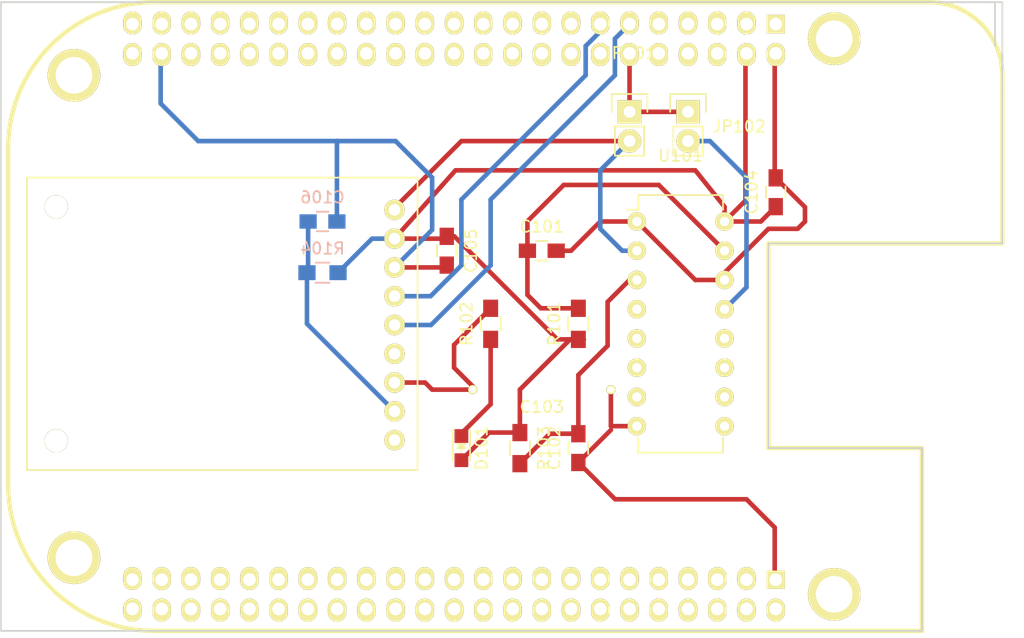
<source format=kicad_pcb>
(kicad_pcb (version 4) (host pcbnew 4.0.2+e4-6225~38~ubuntu15.10.1-stable)

  (general
    (links 36)
    (no_connects 2)
    (area 104.699999 77.029499 193.675001 132.715001)
    (thickness 1.6)
    (drawings 12)
    (tracks 114)
    (zones 0)
    (modules 16)
    (nets 101)
  )

  (page A4)
  (title_block
    (title "GPS BBB Cape")
    (date 2016-07-01)
    (company "CNPEM - LNLS")
    (comment 1 "Grupo de Controle")
    (comment 2 "Gustavo Ciotto Pinton")
    (comment 3 "Ultimate GPS Breakout v3")
    (comment 4 "GPS Cape para BeagleBone Black compatível com o módulo receptor ")
  )

  (layers
    (0 F.Cu signal)
    (31 B.Cu signal)
    (32 B.Adhes user)
    (33 F.Adhes user)
    (34 B.Paste user)
    (35 F.Paste user)
    (36 B.SilkS user)
    (37 F.SilkS user)
    (38 B.Mask user)
    (39 F.Mask user)
    (40 Dwgs.User user)
    (41 Cmts.User user)
    (42 Eco1.User user)
    (43 Eco2.User user)
    (44 Edge.Cuts user)
    (45 Margin user)
    (46 B.CrtYd user)
    (47 F.CrtYd user)
    (48 B.Fab user)
    (49 F.Fab user)
  )

  (setup
    (last_trace_width 0.25)
    (user_trace_width 0.25)
    (user_trace_width 0.3)
    (user_trace_width 0.4)
    (user_trace_width 0.5)
    (trace_clearance 0.25)
    (zone_clearance 0.5)
    (zone_45_only no)
    (trace_min 0.25)
    (segment_width 0.2)
    (edge_width 0.15)
    (via_size 0.6)
    (via_drill 0.4)
    (via_min_size 0.4)
    (via_min_drill 0.3)
    (uvia_size 0.3)
    (uvia_drill 0.1)
    (uvias_allowed no)
    (uvia_min_size 0.2)
    (uvia_min_drill 0.1)
    (pcb_text_width 0.3)
    (pcb_text_size 1.5 1.5)
    (mod_edge_width 0.15)
    (mod_text_size 1 1)
    (mod_text_width 0.15)
    (pad_size 1.524 1.524)
    (pad_drill 0.762)
    (pad_to_mask_clearance 0.2)
    (aux_axis_origin 0 0)
    (visible_elements FFFFFF7F)
    (pcbplotparams
      (layerselection 0x01000_80000001)
      (usegerberextensions false)
      (excludeedgelayer true)
      (linewidth 0.100000)
      (plotframeref false)
      (viasonmask false)
      (mode 1)
      (useauxorigin false)
      (hpglpennumber 1)
      (hpglpenspeed 20)
      (hpglpendiameter 15)
      (hpglpenoverlay 2)
      (psnegative false)
      (psa4output false)
      (plotreference true)
      (plotvalue true)
      (plotinvisibletext false)
      (padsonsilk false)
      (subtractmaskfromsilk false)
      (outputformat 1)
      (mirror false)
      (drillshape 0)
      (scaleselection 1)
      (outputdirectory gerber/))
  )

  (net 0 "")
  (net 1 GND)
  (net 2 "Net-(Beagle101-PadC5)")
  (net 3 "Net-(Beagle101-PadC6)")
  (net 4 "Net-(Beagle101-PadC7)")
  (net 5 "Net-(Beagle101-PadC8)")
  (net 6 "Net-(Beagle101-PadC9)")
  (net 7 "Net-(Beagle101-PadC10)")
  (net 8 /TX_GPS)
  (net 9 "Net-(Beagle101-PadC12)")
  (net 10 /RX_GPS)
  (net 11 "Net-(Beagle101-PadC14)")
  (net 12 "Net-(Beagle101-PadC15)")
  (net 13 "Net-(Beagle101-PadC16)")
  (net 14 "Net-(Beagle101-PadC17)")
  (net 15 "Net-(Beagle101-PadC18)")
  (net 16 "Net-(Beagle101-PadC19)")
  (net 17 "Net-(Beagle101-PadC20)")
  (net 18 "Net-(Beagle101-PadC21)")
  (net 19 "Net-(Beagle101-PadC22)")
  (net 20 "Net-(Beagle101-PadC23)")
  (net 21 "Net-(Beagle101-PadC24)")
  (net 22 "Net-(Beagle101-PadC25)")
  (net 23 "Net-(Beagle101-PadC26)")
  (net 24 "Net-(Beagle101-PadC27)")
  (net 25 "Net-(Beagle101-PadC28)")
  (net 26 "Net-(Beagle101-PadC29)")
  (net 27 "Net-(Beagle101-PadC30)")
  (net 28 "Net-(Beagle101-PadC31)")
  (net 29 "Net-(Beagle101-PadC32)")
  (net 30 "Net-(Beagle101-PadC33)")
  (net 31 "Net-(Beagle101-PadC34)")
  (net 32 "Net-(Beagle101-PadC35)")
  (net 33 "Net-(Beagle101-PadC36)")
  (net 34 "Net-(Beagle101-PadC37)")
  (net 35 "Net-(Beagle101-PadC38)")
  (net 36 "Net-(Beagle101-PadC39)")
  (net 37 "Net-(Beagle101-PadC40)")
  (net 38 "Net-(Beagle101-PadC41)")
  (net 39 "Net-(Beagle101-PadC42)")
  (net 40 "Net-(Beagle101-PadC43)")
  (net 41 "Net-(Beagle101-PadC45)")
  (net 42 "Net-(Beagle101-PadC46)")
  (net 43 "Net-(C101-Pad1)")
  (net 44 "Net-(C103-Pad1)")
  (net 45 "Net-(D101-Pad1)")
  (net 46 "Net-(J101-Pad1)")
  (net 47 "Net-(J101-Pad4)")
  (net 48 /PPS)
  (net 49 /PPS_ENL)
  (net 50 "Net-(U101-Pad4)")
  (net 51 "Net-(Beagle101-PadC1)")
  (net 52 "Net-(Beagle101-PadC3)")
  (net 53 VCC)
  (net 54 "Net-(Beagle101-PadB2)")
  (net 55 "Net-(Beagle101-PadB3)")
  (net 56 "Net-(Beagle101-PadB4)")
  (net 57 "Net-(Beagle101-PadB5)")
  (net 58 "Net-(Beagle101-PadB6)")
  (net 59 "Net-(Beagle101-PadB7)")
  (net 60 "Net-(Beagle101-PadB8)")
  (net 61 "Net-(Beagle101-PadB9)")
  (net 62 "Net-(Beagle101-PadB10)")
  (net 63 "Net-(Beagle101-PadB11)")
  (net 64 "Net-(Beagle101-PadB12)")
  (net 65 "Net-(Beagle101-PadB13)")
  (net 66 "Net-(Beagle101-PadB14)")
  (net 67 "Net-(Beagle101-PadB15)")
  (net 68 "Net-(Beagle101-PadB16)")
  (net 69 "Net-(Beagle101-PadB17)")
  (net 70 "Net-(Beagle101-PadB18)")
  (net 71 "Net-(Beagle101-PadB19)")
  (net 72 "Net-(Beagle101-PadB20)")
  (net 73 "Net-(Beagle101-PadB21)")
  (net 74 "Net-(Beagle101-PadB22)")
  (net 75 "Net-(Beagle101-PadB23)")
  (net 76 "Net-(Beagle101-PadB24)")
  (net 77 "Net-(Beagle101-PadB25)")
  (net 78 "Net-(Beagle101-PadB26)")
  (net 79 "Net-(Beagle101-PadB27)")
  (net 80 "Net-(Beagle101-PadB28)")
  (net 81 "Net-(Beagle101-PadB29)")
  (net 82 "Net-(Beagle101-PadB30)")
  (net 83 "Net-(Beagle101-PadB31)")
  (net 84 "Net-(Beagle101-PadB32)")
  (net 85 "Net-(Beagle101-PadB33)")
  (net 86 "Net-(Beagle101-PadB34)")
  (net 87 "Net-(Beagle101-PadB35)")
  (net 88 "Net-(Beagle101-PadB36)")
  (net 89 "Net-(Beagle101-PadB37)")
  (net 90 "Net-(Beagle101-PadB38)")
  (net 91 "Net-(Beagle101-PadB39)")
  (net 92 "Net-(Beagle101-PadB40)")
  (net 93 "Net-(Beagle101-PadB41)")
  (net 94 "Net-(Beagle101-PadB42)")
  (net 95 "Net-(Beagle101-PadB43)")
  (net 96 "Net-(Beagle101-PadB44)")
  (net 97 "Net-(Beagle101-PadB45)")
  (net 98 "Net-(Beagle101-PadB46)")
  (net 99 "Net-(C102-Pad2)")
  (net 100 "Net-(C106-Pad2)")

  (net_class Default "This is the default net class."
    (clearance 0.25)
    (trace_width 0.25)
    (via_dia 0.6)
    (via_drill 0.4)
    (uvia_dia 0.3)
    (uvia_drill 0.1)
    (add_net /PPS)
    (add_net /PPS_ENL)
    (add_net /RX_GPS)
    (add_net /TX_GPS)
    (add_net GND)
    (add_net "Net-(Beagle101-PadB10)")
    (add_net "Net-(Beagle101-PadB11)")
    (add_net "Net-(Beagle101-PadB12)")
    (add_net "Net-(Beagle101-PadB13)")
    (add_net "Net-(Beagle101-PadB14)")
    (add_net "Net-(Beagle101-PadB15)")
    (add_net "Net-(Beagle101-PadB16)")
    (add_net "Net-(Beagle101-PadB17)")
    (add_net "Net-(Beagle101-PadB18)")
    (add_net "Net-(Beagle101-PadB19)")
    (add_net "Net-(Beagle101-PadB2)")
    (add_net "Net-(Beagle101-PadB20)")
    (add_net "Net-(Beagle101-PadB21)")
    (add_net "Net-(Beagle101-PadB22)")
    (add_net "Net-(Beagle101-PadB23)")
    (add_net "Net-(Beagle101-PadB24)")
    (add_net "Net-(Beagle101-PadB25)")
    (add_net "Net-(Beagle101-PadB26)")
    (add_net "Net-(Beagle101-PadB27)")
    (add_net "Net-(Beagle101-PadB28)")
    (add_net "Net-(Beagle101-PadB29)")
    (add_net "Net-(Beagle101-PadB3)")
    (add_net "Net-(Beagle101-PadB30)")
    (add_net "Net-(Beagle101-PadB31)")
    (add_net "Net-(Beagle101-PadB32)")
    (add_net "Net-(Beagle101-PadB33)")
    (add_net "Net-(Beagle101-PadB34)")
    (add_net "Net-(Beagle101-PadB35)")
    (add_net "Net-(Beagle101-PadB36)")
    (add_net "Net-(Beagle101-PadB37)")
    (add_net "Net-(Beagle101-PadB38)")
    (add_net "Net-(Beagle101-PadB39)")
    (add_net "Net-(Beagle101-PadB4)")
    (add_net "Net-(Beagle101-PadB40)")
    (add_net "Net-(Beagle101-PadB41)")
    (add_net "Net-(Beagle101-PadB42)")
    (add_net "Net-(Beagle101-PadB43)")
    (add_net "Net-(Beagle101-PadB44)")
    (add_net "Net-(Beagle101-PadB45)")
    (add_net "Net-(Beagle101-PadB46)")
    (add_net "Net-(Beagle101-PadB5)")
    (add_net "Net-(Beagle101-PadB6)")
    (add_net "Net-(Beagle101-PadB7)")
    (add_net "Net-(Beagle101-PadB8)")
    (add_net "Net-(Beagle101-PadB9)")
    (add_net "Net-(Beagle101-PadC1)")
    (add_net "Net-(Beagle101-PadC10)")
    (add_net "Net-(Beagle101-PadC12)")
    (add_net "Net-(Beagle101-PadC14)")
    (add_net "Net-(Beagle101-PadC15)")
    (add_net "Net-(Beagle101-PadC16)")
    (add_net "Net-(Beagle101-PadC17)")
    (add_net "Net-(Beagle101-PadC18)")
    (add_net "Net-(Beagle101-PadC19)")
    (add_net "Net-(Beagle101-PadC20)")
    (add_net "Net-(Beagle101-PadC21)")
    (add_net "Net-(Beagle101-PadC22)")
    (add_net "Net-(Beagle101-PadC23)")
    (add_net "Net-(Beagle101-PadC24)")
    (add_net "Net-(Beagle101-PadC25)")
    (add_net "Net-(Beagle101-PadC26)")
    (add_net "Net-(Beagle101-PadC27)")
    (add_net "Net-(Beagle101-PadC28)")
    (add_net "Net-(Beagle101-PadC29)")
    (add_net "Net-(Beagle101-PadC3)")
    (add_net "Net-(Beagle101-PadC30)")
    (add_net "Net-(Beagle101-PadC31)")
    (add_net "Net-(Beagle101-PadC32)")
    (add_net "Net-(Beagle101-PadC33)")
    (add_net "Net-(Beagle101-PadC34)")
    (add_net "Net-(Beagle101-PadC35)")
    (add_net "Net-(Beagle101-PadC36)")
    (add_net "Net-(Beagle101-PadC37)")
    (add_net "Net-(Beagle101-PadC38)")
    (add_net "Net-(Beagle101-PadC39)")
    (add_net "Net-(Beagle101-PadC40)")
    (add_net "Net-(Beagle101-PadC41)")
    (add_net "Net-(Beagle101-PadC42)")
    (add_net "Net-(Beagle101-PadC43)")
    (add_net "Net-(Beagle101-PadC45)")
    (add_net "Net-(Beagle101-PadC46)")
    (add_net "Net-(Beagle101-PadC5)")
    (add_net "Net-(Beagle101-PadC6)")
    (add_net "Net-(Beagle101-PadC7)")
    (add_net "Net-(Beagle101-PadC8)")
    (add_net "Net-(Beagle101-PadC9)")
    (add_net "Net-(C101-Pad1)")
    (add_net "Net-(C102-Pad2)")
    (add_net "Net-(C103-Pad1)")
    (add_net "Net-(C106-Pad2)")
    (add_net "Net-(D101-Pad1)")
    (add_net "Net-(J101-Pad1)")
    (add_net "Net-(J101-Pad4)")
    (add_net "Net-(U101-Pad4)")
    (add_net VCC)
  )

  (module Controle:BEAGLEBONEBLACK (layer F.Cu) (tedit 578CBCB4) (tstamp 578CEBA9)
    (at 148.59 104.775)
    (tags "beaglebone black")
    (path /5775593F)
    (fp_text reference Beagle101 (at 0 1.778) (layer F.SilkS) hide
      (effects (font (thickness 0.3048)))
    )
    (fp_text value BeagleBone (at 0 -1.143) (layer F.SilkS) hide
      (effects (font (thickness 0.3048)))
    )
    (fp_line (start 36.195 11.811) (end 36.195 11.43) (layer F.SilkS) (width 0.381))
    (fp_line (start 36.195 11.43) (end 22.86 11.43) (layer F.SilkS) (width 0.381))
    (fp_line (start 22.86 11.43) (end 22.86 -6.35) (layer F.SilkS) (width 0.381))
    (fp_line (start 22.86 -6.35) (end 43.18 -6.35) (layer F.SilkS) (width 0.381))
    (fp_line (start 43.18 -6.35) (end 43.18 -6.731) (layer F.SilkS) (width 0.381))
    (fp_line (start -30.48 27.305) (end 36.195 27.305) (layer F.SilkS) (width 0.381))
    (fp_line (start 36.195 27.305) (end 36.195 11.811) (layer F.SilkS) (width 0.381))
    (fp_line (start 43.18 -6.731) (end 43.18 -19.685) (layer F.SilkS) (width 0.381))
    (fp_line (start 43.18 -20.955) (end 43.18 -19.685) (layer F.SilkS) (width 0.381))
    (fp_line (start -30.48 -27.305) (end 36.83 -27.305) (layer F.SilkS) (width 0.381))
    (fp_line (start -43.18 -14.605) (end -43.18 14.605) (layer F.SilkS) (width 0.381))
    (fp_arc (start -30.48 -14.605) (end -43.18 -14.605) (angle 90) (layer F.SilkS) (width 0.381))
    (fp_arc (start -30.48 14.605) (end -30.48 27.305) (angle 90) (layer F.SilkS) (width 0.381))
    (fp_arc (start 36.83 -20.955) (end 36.83 -27.305) (angle 90) (layer F.SilkS) (width 0.381))
    (pad M1 thru_hole circle (at -37.465 -20.955) (size 4.572 4.572) (drill 3.175) (layers *.Cu *.Mask F.SilkS))
    (pad M2 thru_hole circle (at 28.575 -24.13) (size 4.572 4.572) (drill 3.175) (layers *.Cu *.Mask F.SilkS))
    (pad M3 thru_hole circle (at 28.575 24.13) (size 4.572 4.572) (drill 3.175) (layers *.Cu *.Mask F.SilkS))
    (pad M4 thru_hole circle (at -37.465 20.955) (size 4.572 4.572) (drill 3.175) (layers *.Cu *.Mask F.SilkS))
    (pad C1 thru_hole rect (at 23.495 -25.4) (size 1.6 1.6) (drill 1.1) (layers *.Cu *.Mask F.SilkS)
      (net 51 "Net-(Beagle101-PadC1)"))
    (pad C2 thru_hole oval (at 23.495 -22.86) (size 1.6 2) (drill 1.1 (offset 0 0.1)) (layers *.Cu *.Mask F.SilkS)
      (net 1 GND))
    (pad C3 thru_hole oval (at 20.955 -25.4) (size 1.6 2) (drill 1.1 (offset 0 -0.1)) (layers *.Cu *.Mask F.SilkS)
      (net 52 "Net-(Beagle101-PadC3)"))
    (pad C4 thru_hole oval (at 20.955 -22.86) (size 1.6 2) (drill 1.1 (offset 0 0.1)) (layers *.Cu *.Mask F.SilkS)
      (net 53 VCC))
    (pad C5 thru_hole oval (at 18.415 -25.4) (size 1.6 2) (drill 1.1 (offset 0 -0.1)) (layers *.Cu *.Mask F.SilkS)
      (net 2 "Net-(Beagle101-PadC5)"))
    (pad C6 thru_hole oval (at 18.415 -22.86) (size 1.6 2) (drill 1.1 (offset 0 0.1)) (layers *.Cu *.Mask F.SilkS)
      (net 3 "Net-(Beagle101-PadC6)"))
    (pad C7 thru_hole oval (at 15.875 -25.4) (size 1.6 2) (drill 1.1 (offset 0 -0.1)) (layers *.Cu *.Mask F.SilkS)
      (net 4 "Net-(Beagle101-PadC7)"))
    (pad C8 thru_hole oval (at 15.875 -22.86) (size 1.6 2) (drill 1.1 (offset 0 0.1)) (layers *.Cu *.Mask F.SilkS)
      (net 5 "Net-(Beagle101-PadC8)"))
    (pad C9 thru_hole oval (at 13.335 -25.4) (size 1.6 2) (drill 1.1 (offset 0 -0.1)) (layers *.Cu *.Mask F.SilkS)
      (net 6 "Net-(Beagle101-PadC9)"))
    (pad C10 thru_hole oval (at 13.335 -22.86) (size 1.6 2) (drill 1.1 (offset 0 0.1)) (layers *.Cu *.Mask F.SilkS)
      (net 7 "Net-(Beagle101-PadC10)"))
    (pad C11 thru_hole oval (at 10.795 -25.4) (size 1.6 2) (drill 1.1 (offset 0 -0.1)) (layers *.Cu *.Mask F.SilkS)
      (net 8 /TX_GPS))
    (pad C12 thru_hole oval (at 10.795 -22.86) (size 1.6 2) (drill 1.1 (offset 0 0.1)) (layers *.Cu *.Mask F.SilkS)
      (net 9 "Net-(Beagle101-PadC12)"))
    (pad C13 thru_hole oval (at 8.255 -25.4) (size 1.6 2) (drill 1.1 (offset 0 -0.1)) (layers *.Cu *.Mask F.SilkS)
      (net 10 /RX_GPS))
    (pad C14 thru_hole oval (at 8.255 -22.86) (size 1.6 2) (drill 1.1 (offset 0 0.1)) (layers *.Cu *.Mask F.SilkS)
      (net 11 "Net-(Beagle101-PadC14)"))
    (pad C15 thru_hole oval (at 5.715 -25.4) (size 1.6 2) (drill 1.1 (offset 0 -0.1)) (layers *.Cu *.Mask F.SilkS)
      (net 12 "Net-(Beagle101-PadC15)"))
    (pad C16 thru_hole oval (at 5.715 -22.86) (size 1.6 2) (drill 1.1 (offset 0 0.1)) (layers *.Cu *.Mask F.SilkS)
      (net 13 "Net-(Beagle101-PadC16)"))
    (pad C17 thru_hole oval (at 3.175 -25.4) (size 1.6 2) (drill 1.1 (offset 0 -0.1)) (layers *.Cu *.Mask F.SilkS)
      (net 14 "Net-(Beagle101-PadC17)"))
    (pad C18 thru_hole oval (at 3.175 -22.86) (size 1.6 2) (drill 1.1 (offset 0 0.1)) (layers *.Cu *.Mask F.SilkS)
      (net 15 "Net-(Beagle101-PadC18)"))
    (pad C19 thru_hole oval (at 0.635 -25.4) (size 1.6 2) (drill 1.1 (offset 0 -0.1)) (layers *.Cu *.Mask F.SilkS)
      (net 16 "Net-(Beagle101-PadC19)"))
    (pad C20 thru_hole oval (at 0.635 -22.86) (size 1.6 2) (drill 1.1 (offset 0 0.1)) (layers *.Cu *.Mask F.SilkS)
      (net 17 "Net-(Beagle101-PadC20)"))
    (pad C21 thru_hole oval (at -1.905 -25.4) (size 1.6 2) (drill 1.1 (offset 0 -0.1)) (layers *.Cu *.Mask F.SilkS)
      (net 18 "Net-(Beagle101-PadC21)"))
    (pad C22 thru_hole oval (at -1.905 -22.86) (size 1.6 2) (drill 1.1 (offset 0 0.1)) (layers *.Cu *.Mask F.SilkS)
      (net 19 "Net-(Beagle101-PadC22)"))
    (pad C23 thru_hole oval (at -4.445 -25.4) (size 1.6 2) (drill 1.1 (offset 0 -0.1)) (layers *.Cu *.Mask F.SilkS)
      (net 20 "Net-(Beagle101-PadC23)"))
    (pad C24 thru_hole oval (at -4.445 -22.86) (size 1.6 2) (drill 1.1 (offset 0 0.1)) (layers *.Cu *.Mask F.SilkS)
      (net 21 "Net-(Beagle101-PadC24)"))
    (pad C25 thru_hole oval (at -6.985 -25.4) (size 1.6 2) (drill 1.1 (offset 0 -0.1)) (layers *.Cu *.Mask F.SilkS)
      (net 22 "Net-(Beagle101-PadC25)"))
    (pad C26 thru_hole oval (at -6.985 -22.86) (size 1.6 2) (drill 1.1 (offset 0 0.1)) (layers *.Cu *.Mask F.SilkS)
      (net 23 "Net-(Beagle101-PadC26)"))
    (pad C27 thru_hole oval (at -9.525 -25.4) (size 1.6 2) (drill 1.1 (offset 0 -0.1)) (layers *.Cu *.Mask F.SilkS)
      (net 24 "Net-(Beagle101-PadC27)"))
    (pad C28 thru_hole oval (at -9.525 -22.86) (size 1.6 2) (drill 1.1 (offset 0 0.1)) (layers *.Cu *.Mask F.SilkS)
      (net 25 "Net-(Beagle101-PadC28)"))
    (pad C29 thru_hole oval (at -12.065 -25.4) (size 1.6 2) (drill 1.1 (offset 0 -0.1)) (layers *.Cu *.Mask F.SilkS)
      (net 26 "Net-(Beagle101-PadC29)"))
    (pad C30 thru_hole oval (at -12.065 -22.86) (size 1.6 2) (drill 1.1 (offset 0 0.1)) (layers *.Cu *.Mask F.SilkS)
      (net 27 "Net-(Beagle101-PadC30)"))
    (pad C31 thru_hole oval (at -14.605 -25.4) (size 1.6 2) (drill 1.1 (offset 0 -0.1)) (layers *.Cu *.Mask F.SilkS)
      (net 28 "Net-(Beagle101-PadC31)"))
    (pad C32 thru_hole oval (at -14.605 -22.86) (size 1.6 2) (drill 1.1 (offset 0 0.1)) (layers *.Cu *.Mask F.SilkS)
      (net 29 "Net-(Beagle101-PadC32)"))
    (pad C33 thru_hole oval (at -17.145 -25.4) (size 1.6 2) (drill 1.1 (offset 0 -0.1)) (layers *.Cu *.Mask F.SilkS)
      (net 30 "Net-(Beagle101-PadC33)"))
    (pad C34 thru_hole oval (at -17.145 -22.86) (size 1.6 2) (drill 1.1 (offset 0 0.1)) (layers *.Cu *.Mask F.SilkS)
      (net 31 "Net-(Beagle101-PadC34)"))
    (pad C35 thru_hole oval (at -19.685 -25.4) (size 1.6 2) (drill 1.1 (offset 0 -0.1)) (layers *.Cu *.Mask F.SilkS)
      (net 32 "Net-(Beagle101-PadC35)"))
    (pad C36 thru_hole oval (at -19.685 -22.86) (size 1.6 2) (drill 1.1 (offset 0 0.1)) (layers *.Cu *.Mask F.SilkS)
      (net 33 "Net-(Beagle101-PadC36)"))
    (pad C37 thru_hole oval (at -22.225 -25.4) (size 1.6 2) (drill 1.1 (offset 0 -0.1)) (layers *.Cu *.Mask F.SilkS)
      (net 34 "Net-(Beagle101-PadC37)"))
    (pad C38 thru_hole oval (at -22.225 -22.86) (size 1.6 2) (drill 1.1 (offset 0 0.1)) (layers *.Cu *.Mask F.SilkS)
      (net 35 "Net-(Beagle101-PadC38)"))
    (pad C39 thru_hole oval (at -24.765 -25.4) (size 1.6 2) (drill 1.1 (offset 0 -0.1)) (layers *.Cu *.Mask F.SilkS)
      (net 36 "Net-(Beagle101-PadC39)"))
    (pad C40 thru_hole oval (at -24.765 -22.86) (size 1.6 2) (drill 1.1 (offset 0 0.1)) (layers *.Cu *.Mask F.SilkS)
      (net 37 "Net-(Beagle101-PadC40)"))
    (pad C41 thru_hole oval (at -27.305 -25.4) (size 1.6 2) (drill 1.1 (offset 0 -0.1)) (layers *.Cu *.Mask F.SilkS)
      (net 38 "Net-(Beagle101-PadC41)"))
    (pad C42 thru_hole oval (at -27.305 -22.86) (size 1.6 2) (drill 1.1 (offset 0 0.1)) (layers *.Cu *.Mask F.SilkS)
      (net 39 "Net-(Beagle101-PadC42)"))
    (pad C43 thru_hole oval (at -29.845 -25.4) (size 1.6 2) (drill 1.1 (offset 0 -0.1)) (layers *.Cu *.Mask F.SilkS)
      (net 40 "Net-(Beagle101-PadC43)"))
    (pad C44 thru_hole oval (at -29.845 -22.86) (size 1.6 2) (drill 1.1 (offset 0 0.1)) (layers *.Cu *.Mask F.SilkS)
      (net 1 GND))
    (pad C45 thru_hole oval (at -32.385 -25.4) (size 1.6 2) (drill 1.1 (offset 0 -0.1)) (layers *.Cu *.Mask F.SilkS)
      (net 41 "Net-(Beagle101-PadC45)"))
    (pad C46 thru_hole oval (at -32.385 -22.86) (size 1.6 2) (drill 1.1 (offset 0 0.1)) (layers *.Cu *.Mask F.SilkS)
      (net 42 "Net-(Beagle101-PadC46)"))
    (pad B1 thru_hole rect (at 23.495 22.86) (size 1.6 1.6) (drill 1.1) (layers *.Cu *.Mask F.SilkS)
      (net 1 GND))
    (pad B2 thru_hole oval (at 23.495 25.4) (size 1.6 2) (drill 1.1 (offset 0 0.1)) (layers *.Cu *.Mask F.SilkS)
      (net 54 "Net-(Beagle101-PadB2)"))
    (pad B3 thru_hole oval (at 20.955 22.86) (size 1.6 2) (drill 1.1 (offset 0 -0.1)) (layers *.Cu *.Mask F.SilkS)
      (net 55 "Net-(Beagle101-PadB3)"))
    (pad B4 thru_hole oval (at 20.955 25.4) (size 1.6 2) (drill 1.1 (offset 0 0.1)) (layers *.Cu *.Mask F.SilkS)
      (net 56 "Net-(Beagle101-PadB4)"))
    (pad B5 thru_hole oval (at 18.415 22.86) (size 1.6 2) (drill 1.1 (offset 0 -0.1)) (layers *.Cu *.Mask F.SilkS)
      (net 57 "Net-(Beagle101-PadB5)"))
    (pad B6 thru_hole oval (at 18.415 25.4) (size 1.6 2) (drill 1.1 (offset 0 0.1)) (layers *.Cu *.Mask F.SilkS)
      (net 58 "Net-(Beagle101-PadB6)"))
    (pad B7 thru_hole oval (at 15.875 22.86) (size 1.6 2) (drill 1.1 (offset 0 -0.1)) (layers *.Cu *.Mask F.SilkS)
      (net 59 "Net-(Beagle101-PadB7)"))
    (pad B8 thru_hole oval (at 15.875 25.4) (size 1.6 2) (drill 1.1 (offset 0 0.1)) (layers *.Cu *.Mask F.SilkS)
      (net 60 "Net-(Beagle101-PadB8)"))
    (pad B9 thru_hole oval (at 13.335 22.86) (size 1.6 2) (drill 1.1 (offset 0 -0.1)) (layers *.Cu *.Mask F.SilkS)
      (net 61 "Net-(Beagle101-PadB9)"))
    (pad B10 thru_hole oval (at 13.335 25.4) (size 1.6 2) (drill 1.1 (offset 0 0.1)) (layers *.Cu *.Mask F.SilkS)
      (net 62 "Net-(Beagle101-PadB10)"))
    (pad B11 thru_hole oval (at 10.795 22.86) (size 1.6 2) (drill 1.1 (offset 0 -0.1)) (layers *.Cu *.Mask F.SilkS)
      (net 63 "Net-(Beagle101-PadB11)"))
    (pad B12 thru_hole oval (at 10.795 25.4) (size 1.6 2) (drill 1.1 (offset 0 0.1)) (layers *.Cu *.Mask F.SilkS)
      (net 64 "Net-(Beagle101-PadB12)"))
    (pad B13 thru_hole oval (at 8.255 22.86) (size 1.6 2) (drill 1.1 (offset 0 -0.1)) (layers *.Cu *.Mask F.SilkS)
      (net 65 "Net-(Beagle101-PadB13)"))
    (pad B14 thru_hole oval (at 8.255 25.4) (size 1.6 2) (drill 1.1 (offset 0 0.1)) (layers *.Cu *.Mask F.SilkS)
      (net 66 "Net-(Beagle101-PadB14)"))
    (pad B15 thru_hole oval (at 5.715 22.86) (size 1.6 2) (drill 1.1 (offset 0 -0.1)) (layers *.Cu *.Mask F.SilkS)
      (net 67 "Net-(Beagle101-PadB15)"))
    (pad B16 thru_hole oval (at 5.715 25.4) (size 1.6 2) (drill 1.1 (offset 0 0.1)) (layers *.Cu *.Mask F.SilkS)
      (net 68 "Net-(Beagle101-PadB16)"))
    (pad B17 thru_hole oval (at 3.175 22.86) (size 1.6 2) (drill 1.1 (offset 0 -0.1)) (layers *.Cu *.Mask F.SilkS)
      (net 69 "Net-(Beagle101-PadB17)"))
    (pad B18 thru_hole oval (at 3.175 25.4) (size 1.6 2) (drill 1.1 (offset 0 0.1)) (layers *.Cu *.Mask F.SilkS)
      (net 70 "Net-(Beagle101-PadB18)"))
    (pad B19 thru_hole oval (at 0.635 22.86) (size 1.6 2) (drill 1.1 (offset 0 -0.1)) (layers *.Cu *.Mask F.SilkS)
      (net 71 "Net-(Beagle101-PadB19)"))
    (pad B20 thru_hole oval (at 0.635 25.4) (size 1.6 2) (drill 1.1 (offset 0 0.1)) (layers *.Cu *.Mask F.SilkS)
      (net 72 "Net-(Beagle101-PadB20)"))
    (pad B21 thru_hole oval (at -1.905 22.86) (size 1.6 2) (drill 1.1 (offset 0 -0.1)) (layers *.Cu *.Mask F.SilkS)
      (net 73 "Net-(Beagle101-PadB21)"))
    (pad B22 thru_hole oval (at -1.905 25.4) (size 1.6 2) (drill 1.1 (offset 0 0.1)) (layers *.Cu *.Mask F.SilkS)
      (net 74 "Net-(Beagle101-PadB22)"))
    (pad B23 thru_hole oval (at -4.445 22.86) (size 1.6 2) (drill 1.1 (offset 0 -0.1)) (layers *.Cu *.Mask F.SilkS)
      (net 75 "Net-(Beagle101-PadB23)"))
    (pad B24 thru_hole oval (at -4.445 25.4) (size 1.6 2) (drill 1.1 (offset 0 0.1)) (layers *.Cu *.Mask F.SilkS)
      (net 76 "Net-(Beagle101-PadB24)"))
    (pad B25 thru_hole oval (at -6.985 22.86) (size 1.6 2) (drill 1.1 (offset 0 -0.1)) (layers *.Cu *.Mask F.SilkS)
      (net 77 "Net-(Beagle101-PadB25)"))
    (pad B26 thru_hole oval (at -6.985 25.4) (size 1.6 2) (drill 1.1 (offset 0 0.1)) (layers *.Cu *.Mask F.SilkS)
      (net 78 "Net-(Beagle101-PadB26)"))
    (pad B27 thru_hole oval (at -9.525 22.86) (size 1.6 2) (drill 1.1 (offset 0 -0.1)) (layers *.Cu *.Mask F.SilkS)
      (net 79 "Net-(Beagle101-PadB27)"))
    (pad B28 thru_hole oval (at -9.525 25.4) (size 1.6 2) (drill 1.1 (offset 0 0.1)) (layers *.Cu *.Mask F.SilkS)
      (net 80 "Net-(Beagle101-PadB28)"))
    (pad B29 thru_hole oval (at -12.065 22.86) (size 1.6 2) (drill 1.1 (offset 0 -0.1)) (layers *.Cu *.Mask F.SilkS)
      (net 81 "Net-(Beagle101-PadB29)"))
    (pad B30 thru_hole oval (at -12.065 25.4) (size 1.6 2) (drill 1.1 (offset 0 0.1)) (layers *.Cu *.Mask F.SilkS)
      (net 82 "Net-(Beagle101-PadB30)"))
    (pad B31 thru_hole oval (at -14.605 22.86) (size 1.6 2) (drill 1.1 (offset 0 -0.1)) (layers *.Cu *.Mask F.SilkS)
      (net 83 "Net-(Beagle101-PadB31)"))
    (pad B32 thru_hole oval (at -14.605 25.4) (size 1.6 2) (drill 1.1 (offset 0 0.1)) (layers *.Cu *.Mask F.SilkS)
      (net 84 "Net-(Beagle101-PadB32)"))
    (pad B33 thru_hole oval (at -17.145 22.86) (size 1.6 2) (drill 1.1 (offset 0 -0.1)) (layers *.Cu *.Mask F.SilkS)
      (net 85 "Net-(Beagle101-PadB33)"))
    (pad B34 thru_hole oval (at -17.145 25.4) (size 1.6 2) (drill 1.1 (offset 0 0.1)) (layers *.Cu *.Mask F.SilkS)
      (net 86 "Net-(Beagle101-PadB34)"))
    (pad B35 thru_hole oval (at -19.685 22.86) (size 1.6 2) (drill 1.1 (offset 0 -0.1)) (layers *.Cu *.Mask F.SilkS)
      (net 87 "Net-(Beagle101-PadB35)"))
    (pad B36 thru_hole oval (at -19.685 25.4) (size 1.6 2) (drill 1.1 (offset 0 0.1)) (layers *.Cu *.Mask F.SilkS)
      (net 88 "Net-(Beagle101-PadB36)"))
    (pad B37 thru_hole oval (at -22.225 22.86) (size 1.6 2) (drill 1.1 (offset 0 -0.1)) (layers *.Cu *.Mask F.SilkS)
      (net 89 "Net-(Beagle101-PadB37)"))
    (pad B38 thru_hole oval (at -22.225 25.4) (size 1.6 2) (drill 1.1 (offset 0 0.1)) (layers *.Cu *.Mask F.SilkS)
      (net 90 "Net-(Beagle101-PadB38)"))
    (pad B39 thru_hole oval (at -24.765 22.86) (size 1.6 2) (drill 1.1 (offset 0 -0.1)) (layers *.Cu *.Mask F.SilkS)
      (net 91 "Net-(Beagle101-PadB39)"))
    (pad B40 thru_hole oval (at -24.765 25.4) (size 1.6 2) (drill 1.1 (offset 0 0.1)) (layers *.Cu *.Mask F.SilkS)
      (net 92 "Net-(Beagle101-PadB40)"))
    (pad B41 thru_hole oval (at -27.305 22.86) (size 1.6 2) (drill 1.1 (offset 0 -0.1)) (layers *.Cu *.Mask F.SilkS)
      (net 93 "Net-(Beagle101-PadB41)"))
    (pad B42 thru_hole oval (at -27.305 25.4) (size 1.6 2) (drill 1.1 (offset 0 0.1)) (layers *.Cu *.Mask F.SilkS)
      (net 94 "Net-(Beagle101-PadB42)"))
    (pad B43 thru_hole oval (at -29.845 22.86) (size 1.6 2) (drill 1.1 (offset 0 -0.1)) (layers *.Cu *.Mask F.SilkS)
      (net 95 "Net-(Beagle101-PadB43)"))
    (pad B44 thru_hole oval (at -29.845 25.4) (size 1.6 2) (drill 1.1 (offset 0 0.1)) (layers *.Cu *.Mask F.SilkS)
      (net 96 "Net-(Beagle101-PadB44)"))
    (pad B45 thru_hole oval (at -32.385 22.86) (size 1.6 2) (drill 1.1 (offset 0 -0.1)) (layers *.Cu *.Mask F.SilkS)
      (net 97 "Net-(Beagle101-PadB45)"))
    (pad B46 thru_hole oval (at -32.385 25.4) (size 1.6 2) (drill 1.1 (offset 0 0.1)) (layers *.Cu *.Mask F.SilkS)
      (net 98 "Net-(Beagle101-PadB46)"))
  )

  (module Housings_DIP:DIP-16_W7.62mm (layer F.Cu) (tedit 5776A921) (tstamp 5776A62F)
    (at 160.02 96.52)
    (descr "16-lead dip package, row spacing 7.62 mm (300 mils)")
    (tags "dil dip 2.54 300")
    (path /57752C41)
    (fp_text reference U101 (at 3.81 -5.715) (layer F.SilkS)
      (effects (font (size 1 1) (thickness 0.15)))
    )
    (fp_text value 74LS123 (at 3.81 -3.81) (layer F.Fab)
      (effects (font (size 1 1) (thickness 0.15)))
    )
    (fp_line (start -1.05 -2.45) (end -1.05 20.25) (layer F.CrtYd) (width 0.05))
    (fp_line (start 8.65 -2.45) (end 8.65 20.25) (layer F.CrtYd) (width 0.05))
    (fp_line (start -1.05 -2.45) (end 8.65 -2.45) (layer F.CrtYd) (width 0.05))
    (fp_line (start -1.05 20.25) (end 8.65 20.25) (layer F.CrtYd) (width 0.05))
    (fp_line (start 0.135 -2.295) (end 0.135 -1.025) (layer F.SilkS) (width 0.15))
    (fp_line (start 7.485 -2.295) (end 7.485 -1.025) (layer F.SilkS) (width 0.15))
    (fp_line (start 7.485 20.075) (end 7.485 18.805) (layer F.SilkS) (width 0.15))
    (fp_line (start 0.135 20.075) (end 0.135 18.805) (layer F.SilkS) (width 0.15))
    (fp_line (start 0.135 -2.295) (end 7.485 -2.295) (layer F.SilkS) (width 0.15))
    (fp_line (start 0.135 20.075) (end 7.485 20.075) (layer F.SilkS) (width 0.15))
    (fp_line (start 0.135 -1.025) (end -0.8 -1.025) (layer F.SilkS) (width 0.15))
    (pad 1 thru_hole oval (at 0 0) (size 1.6 1.6) (drill 0.8) (layers *.Cu *.Mask F.SilkS)
      (net 1 GND))
    (pad 2 thru_hole oval (at 0 2.54) (size 1.6 1.6) (drill 0.8) (layers *.Cu *.Mask F.SilkS)
      (net 48 /PPS))
    (pad 3 thru_hole oval (at 0 5.08) (size 1.6 1.6) (drill 0.8) (layers *.Cu *.Mask F.SilkS)
      (net 99 "Net-(C102-Pad2)"))
    (pad 4 thru_hole oval (at 0 7.62) (size 1.6 1.6) (drill 0.8) (layers *.Cu *.Mask F.SilkS)
      (net 50 "Net-(U101-Pad4)"))
    (pad 5 thru_hole oval (at 0 10.16) (size 1.6 1.6) (drill 0.8) (layers *.Cu *.Mask F.SilkS))
    (pad 6 thru_hole oval (at 0 12.7) (size 1.6 1.6) (drill 0.8) (layers *.Cu *.Mask F.SilkS))
    (pad 7 thru_hole oval (at 0 15.24) (size 1.6 1.6) (drill 0.8) (layers *.Cu *.Mask F.SilkS))
    (pad 8 thru_hole oval (at 0 17.78) (size 1.6 1.6) (drill 0.8) (layers *.Cu *.Mask F.SilkS)
      (net 1 GND))
    (pad 9 thru_hole oval (at 7.62 17.78) (size 1.6 1.6) (drill 0.8) (layers *.Cu *.Mask F.SilkS))
    (pad 10 thru_hole oval (at 7.62 15.24) (size 1.6 1.6) (drill 0.8) (layers *.Cu *.Mask F.SilkS))
    (pad 11 thru_hole oval (at 7.62 12.7) (size 1.6 1.6) (drill 0.8) (layers *.Cu *.Mask F.SilkS))
    (pad 12 thru_hole oval (at 7.62 10.16) (size 1.6 1.6) (drill 0.8) (layers *.Cu *.Mask F.SilkS))
    (pad 13 thru_hole oval (at 7.62 7.62) (size 1.6 1.6) (drill 0.8) (layers *.Cu *.Mask F.SilkS)
      (net 49 /PPS_ENL))
    (pad 14 thru_hole oval (at 7.62 5.08) (size 1.6 1.6) (drill 0.8) (layers *.Cu *.Mask F.SilkS)
      (net 1 GND))
    (pad 15 thru_hole oval (at 7.62 2.54) (size 1.6 1.6) (drill 0.8) (layers *.Cu *.Mask F.SilkS)
      (net 43 "Net-(C101-Pad1)"))
    (pad 16 thru_hole oval (at 7.62 0) (size 1.6 1.6) (drill 0.8) (layers *.Cu *.Mask F.SilkS)
      (net 53 VCC))
    (model Housings_DIP.3dshapes/DIP-16_W7.62mm.wrl
      (at (xyz 0 0 0))
      (scale (xyz 1 1 1))
      (rotate (xyz 0 0 0))
    )
  )

  (module Pin_Headers:Pin_Header_Straight_1x02 (layer F.Cu) (tedit 5776AE06) (tstamp 5776A60F)
    (at 164.465 86.995)
    (descr "Through hole pin header")
    (tags "pin header")
    (path /57758151)
    (fp_text reference JP102 (at 4.445 1.27) (layer F.SilkS)
      (effects (font (size 1 1) (thickness 0.15)))
    )
    (fp_text value Jumper_NC_Small (at 8.89 -0.635) (layer F.Fab)
      (effects (font (size 1 1) (thickness 0.15)))
    )
    (fp_line (start 1.27 1.27) (end 1.27 3.81) (layer F.SilkS) (width 0.15))
    (fp_line (start 1.55 -1.55) (end 1.55 0) (layer F.SilkS) (width 0.15))
    (fp_line (start -1.75 -1.75) (end -1.75 4.3) (layer F.CrtYd) (width 0.05))
    (fp_line (start 1.75 -1.75) (end 1.75 4.3) (layer F.CrtYd) (width 0.05))
    (fp_line (start -1.75 -1.75) (end 1.75 -1.75) (layer F.CrtYd) (width 0.05))
    (fp_line (start -1.75 4.3) (end 1.75 4.3) (layer F.CrtYd) (width 0.05))
    (fp_line (start 1.27 1.27) (end -1.27 1.27) (layer F.SilkS) (width 0.15))
    (fp_line (start -1.55 0) (end -1.55 -1.55) (layer F.SilkS) (width 0.15))
    (fp_line (start -1.55 -1.55) (end 1.55 -1.55) (layer F.SilkS) (width 0.15))
    (fp_line (start -1.27 1.27) (end -1.27 3.81) (layer F.SilkS) (width 0.15))
    (fp_line (start -1.27 3.81) (end 1.27 3.81) (layer F.SilkS) (width 0.15))
    (pad 1 thru_hole rect (at 0 0) (size 2.032 2.032) (drill 1.016) (layers *.Cu *.Mask F.SilkS)
      (net 9 "Net-(Beagle101-PadC12)"))
    (pad 2 thru_hole oval (at 0 2.54) (size 2.032 2.032) (drill 1.016) (layers *.Cu *.Mask F.SilkS)
      (net 49 /PPS_ENL))
    (model Pin_Headers.3dshapes/Pin_Header_Straight_1x02.wrl
      (at (xyz 0 -0.05 0))
      (scale (xyz 1 1 1))
      (rotate (xyz 0 0 90))
    )
  )

  (module Capacitors_SMD:C_0805_HandSoldering (layer F.Cu) (tedit 541A9B8D) (tstamp 5776A5E2)
    (at 151.765 99.06)
    (descr "Capacitor SMD 0805, hand soldering")
    (tags "capacitor 0805")
    (path /5775352A)
    (attr smd)
    (fp_text reference C101 (at 0 -2.1) (layer F.SilkS)
      (effects (font (size 1 1) (thickness 0.15)))
    )
    (fp_text value 10n (at 0 2.1) (layer F.Fab)
      (effects (font (size 1 1) (thickness 0.15)))
    )
    (fp_line (start -2.3 -1) (end 2.3 -1) (layer F.CrtYd) (width 0.05))
    (fp_line (start -2.3 1) (end 2.3 1) (layer F.CrtYd) (width 0.05))
    (fp_line (start -2.3 -1) (end -2.3 1) (layer F.CrtYd) (width 0.05))
    (fp_line (start 2.3 -1) (end 2.3 1) (layer F.CrtYd) (width 0.05))
    (fp_line (start 0.5 -0.85) (end -0.5 -0.85) (layer F.SilkS) (width 0.15))
    (fp_line (start -0.5 0.85) (end 0.5 0.85) (layer F.SilkS) (width 0.15))
    (pad 1 smd rect (at -1.25 0) (size 1.5 1.25) (layers F.Cu F.Paste F.Mask)
      (net 43 "Net-(C101-Pad1)"))
    (pad 2 smd rect (at 1.25 0) (size 1.5 1.25) (layers F.Cu F.Paste F.Mask)
      (net 1 GND))
    (model Capacitors_SMD.3dshapes/C_0805_HandSoldering.wrl
      (at (xyz 0 0 0))
      (scale (xyz 1 1 1))
      (rotate (xyz 0 0 0))
    )
  )

  (module Capacitors_SMD:C_0805_HandSoldering (layer F.Cu) (tedit 541A9B8D) (tstamp 5776A5E8)
    (at 154.94 116.205 90)
    (descr "Capacitor SMD 0805, hand soldering")
    (tags "capacitor 0805")
    (path /57753B5D)
    (attr smd)
    (fp_text reference C102 (at 0 -2.1 90) (layer F.SilkS)
      (effects (font (size 1 1) (thickness 0.15)))
    )
    (fp_text value 0.1u (at 0 2.1 90) (layer F.Fab)
      (effects (font (size 1 1) (thickness 0.15)))
    )
    (fp_line (start -2.3 -1) (end 2.3 -1) (layer F.CrtYd) (width 0.05))
    (fp_line (start -2.3 1) (end 2.3 1) (layer F.CrtYd) (width 0.05))
    (fp_line (start -2.3 -1) (end -2.3 1) (layer F.CrtYd) (width 0.05))
    (fp_line (start 2.3 -1) (end 2.3 1) (layer F.CrtYd) (width 0.05))
    (fp_line (start 0.5 -0.85) (end -0.5 -0.85) (layer F.SilkS) (width 0.15))
    (fp_line (start -0.5 0.85) (end 0.5 0.85) (layer F.SilkS) (width 0.15))
    (pad 1 smd rect (at -1.25 0 90) (size 1.5 1.25) (layers F.Cu F.Paste F.Mask)
      (net 1 GND))
    (pad 2 smd rect (at 1.25 0 90) (size 1.5 1.25) (layers F.Cu F.Paste F.Mask)
      (net 99 "Net-(C102-Pad2)"))
    (model Capacitors_SMD.3dshapes/C_0805_HandSoldering.wrl
      (at (xyz 0 0 0))
      (scale (xyz 1 1 1))
      (rotate (xyz 0 0 0))
    )
  )

  (module Controle:SuperCap_pads (layer F.Cu) (tedit 5776A372) (tstamp 5776A5EE)
    (at 151.765 111.125)
    (path /57754892)
    (fp_text reference C103 (at 0 1.5) (layer F.SilkS)
      (effects (font (size 1 1) (thickness 0.15)))
    )
    (fp_text value 1.0 (at 0 -1.5) (layer F.Fab)
      (effects (font (size 1 1) (thickness 0.15)))
    )
    (pad 1 thru_hole circle (at -6 0) (size 0.8 0.8) (drill 0.55) (layers *.Cu *.Mask F.SilkS)
      (net 44 "Net-(C103-Pad1)"))
    (pad 2 thru_hole circle (at 6 0) (size 0.8 0.8) (drill 0.55) (layers *.Cu *.Mask F.SilkS)
      (net 1 GND))
  )

  (module LEDs:LED_0805 (layer F.Cu) (tedit 55BDE1C2) (tstamp 5776A5F4)
    (at 144.78 116.205 270)
    (descr "LED 0805 smd package")
    (tags "LED 0805 SMD")
    (path /57754A32)
    (attr smd)
    (fp_text reference D101 (at 0 -1.75 270) (layer F.SilkS)
      (effects (font (size 1 1) (thickness 0.15)))
    )
    (fp_text value D (at 0 1.75 270) (layer F.Fab)
      (effects (font (size 1 1) (thickness 0.15)))
    )
    (fp_line (start -1.6 0.75) (end 1.1 0.75) (layer F.SilkS) (width 0.15))
    (fp_line (start -1.6 -0.75) (end 1.1 -0.75) (layer F.SilkS) (width 0.15))
    (fp_line (start -0.1 0.15) (end -0.1 -0.1) (layer F.SilkS) (width 0.15))
    (fp_line (start -0.1 -0.1) (end -0.25 0.05) (layer F.SilkS) (width 0.15))
    (fp_line (start -0.35 -0.35) (end -0.35 0.35) (layer F.SilkS) (width 0.15))
    (fp_line (start 0 0) (end 0.35 0) (layer F.SilkS) (width 0.15))
    (fp_line (start -0.35 0) (end 0 -0.35) (layer F.SilkS) (width 0.15))
    (fp_line (start 0 -0.35) (end 0 0.35) (layer F.SilkS) (width 0.15))
    (fp_line (start 0 0.35) (end -0.35 0) (layer F.SilkS) (width 0.15))
    (fp_line (start 1.9 -0.95) (end 1.9 0.95) (layer F.CrtYd) (width 0.05))
    (fp_line (start 1.9 0.95) (end -1.9 0.95) (layer F.CrtYd) (width 0.05))
    (fp_line (start -1.9 0.95) (end -1.9 -0.95) (layer F.CrtYd) (width 0.05))
    (fp_line (start -1.9 -0.95) (end 1.9 -0.95) (layer F.CrtYd) (width 0.05))
    (pad 2 smd rect (at 1.04902 0 90) (size 1.19888 1.19888) (layers F.Cu F.Paste F.Mask)
      (net 53 VCC))
    (pad 1 smd rect (at -1.04902 0 90) (size 1.19888 1.19888) (layers F.Cu F.Paste F.Mask)
      (net 45 "Net-(D101-Pad1)"))
    (model LEDs.3dshapes/LED_0805.wrl
      (at (xyz 0 0 0))
      (scale (xyz 1 1 1))
      (rotate (xyz 0 0 0))
    )
  )

  (module Controle:Adafruit_Ultimate_GPS_Breakout (layer F.Cu) (tedit 57769E6A) (tstamp 5776A603)
    (at 140.97 118.11 90)
    (path /57753A05)
    (fp_text reference J101 (at 12 3.75 90) (layer F.SilkS) hide
      (effects (font (size 1 1) (thickness 0.15)))
    )
    (fp_text value Adafruit_ultimate_GPS_breakout (at 12.25 1.75 90) (layer F.Fab)
      (effects (font (size 1 1) (thickness 0.15)))
    )
    (fp_line (start 25.4 0) (end 25.4 -33.925) (layer F.SilkS) (width 0.15))
    (fp_line (start 0 0) (end 25.4 0) (layer F.SilkS) (width 0.15))
    (fp_line (start 0 0) (end 0 -33.925) (layer F.SilkS) (width 0.15))
    (fp_line (start 0 -33.925) (end 25.4 -33.925) (layer F.SilkS) (width 0.15))
    (pad 11 thru_hole circle (at 2.54 -31.385 90) (size 2.032 2.032) (drill 2) (layers *.Cu *.Mask F.SilkS))
    (pad 12 thru_hole circle (at 22.86 -31.385 90) (size 2.032 2.032) (drill 2) (layers *.Cu *.Mask F.SilkS))
    (pad 1 thru_hole circle (at 2.6 -2 90) (size 1.778 1.778) (drill 1) (layers *.Cu *.Mask F.SilkS)
      (net 46 "Net-(J101-Pad1)"))
    (pad 2 thru_hole circle (at 5.1 -2 90) (size 1.778 1.778) (drill 1) (layers *.Cu *.Mask F.SilkS)
      (net 100 "Net-(C106-Pad2)"))
    (pad 3 thru_hole circle (at 7.6 -2 90) (size 1.778 1.778) (drill 1) (layers *.Cu *.Mask F.SilkS)
      (net 44 "Net-(C103-Pad1)"))
    (pad 4 thru_hole circle (at 10.1 -2 90) (size 1.778 1.778) (drill 1) (layers *.Cu *.Mask F.SilkS)
      (net 47 "Net-(J101-Pad4)"))
    (pad 5 thru_hole circle (at 12.6 -2 90) (size 1.778 1.778) (drill 1) (layers *.Cu *.Mask F.SilkS)
      (net 8 /TX_GPS))
    (pad 6 thru_hole circle (at 15.1 -2 90) (size 1.778 1.778) (drill 1) (layers *.Cu *.Mask F.SilkS)
      (net 10 /RX_GPS))
    (pad 7 thru_hole circle (at 17.6 -2 90) (size 1.778 1.778) (drill 1) (layers *.Cu *.Mask F.SilkS)
      (net 1 GND))
    (pad 8 thru_hole circle (at 20.1 -2 90) (size 1.778 1.778) (drill 1) (layers *.Cu *.Mask F.SilkS)
      (net 53 VCC))
    (pad 9 thru_hole circle (at 22.6 -2 90) (size 1.778 1.778) (drill 1) (layers *.Cu *.Mask F.SilkS)
      (net 48 /PPS))
  )

  (module Pin_Headers:Pin_Header_Straight_1x02 (layer F.Cu) (tedit 5776B153) (tstamp 5776A609)
    (at 159.385 86.995)
    (descr "Through hole pin header")
    (tags "pin header")
    (path /577581B4)
    (fp_text reference JP101 (at 0 -5.1) (layer F.SilkS)
      (effects (font (size 1 1) (thickness 0.15)))
    )
    (fp_text value Jumper_NO_Small (at -8.89 -1.905) (layer F.Fab)
      (effects (font (size 1 1) (thickness 0.15)))
    )
    (fp_line (start 1.27 1.27) (end 1.27 3.81) (layer F.SilkS) (width 0.15))
    (fp_line (start 1.55 -1.55) (end 1.55 0) (layer F.SilkS) (width 0.15))
    (fp_line (start -1.75 -1.75) (end -1.75 4.3) (layer F.CrtYd) (width 0.05))
    (fp_line (start 1.75 -1.75) (end 1.75 4.3) (layer F.CrtYd) (width 0.05))
    (fp_line (start -1.75 -1.75) (end 1.75 -1.75) (layer F.CrtYd) (width 0.05))
    (fp_line (start -1.75 4.3) (end 1.75 4.3) (layer F.CrtYd) (width 0.05))
    (fp_line (start 1.27 1.27) (end -1.27 1.27) (layer F.SilkS) (width 0.15))
    (fp_line (start -1.55 0) (end -1.55 -1.55) (layer F.SilkS) (width 0.15))
    (fp_line (start -1.55 -1.55) (end 1.55 -1.55) (layer F.SilkS) (width 0.15))
    (fp_line (start -1.27 1.27) (end -1.27 3.81) (layer F.SilkS) (width 0.15))
    (fp_line (start -1.27 3.81) (end 1.27 3.81) (layer F.SilkS) (width 0.15))
    (pad 1 thru_hole rect (at 0 0) (size 2.032 2.032) (drill 1.016) (layers *.Cu *.Mask F.SilkS)
      (net 9 "Net-(Beagle101-PadC12)"))
    (pad 2 thru_hole oval (at 0 2.54) (size 2.032 2.032) (drill 1.016) (layers *.Cu *.Mask F.SilkS)
      (net 48 /PPS))
    (model Pin_Headers.3dshapes/Pin_Header_Straight_1x02.wrl
      (at (xyz 0 -0.05 0))
      (scale (xyz 1 1 1))
      (rotate (xyz 0 0 90))
    )
  )

  (module Resistors_SMD:R_0805_HandSoldering (layer F.Cu) (tedit 54189DEE) (tstamp 5776A615)
    (at 154.94 105.41 90)
    (descr "Resistor SMD 0805, hand soldering")
    (tags "resistor 0805")
    (path /577534EF)
    (attr smd)
    (fp_text reference R101 (at 0 -2.1 90) (layer F.SilkS)
      (effects (font (size 1 1) (thickness 0.15)))
    )
    (fp_text value 200K (at 0 2.1 90) (layer F.Fab)
      (effects (font (size 1 1) (thickness 0.15)))
    )
    (fp_line (start -2.4 -1) (end 2.4 -1) (layer F.CrtYd) (width 0.05))
    (fp_line (start -2.4 1) (end 2.4 1) (layer F.CrtYd) (width 0.05))
    (fp_line (start -2.4 -1) (end -2.4 1) (layer F.CrtYd) (width 0.05))
    (fp_line (start 2.4 -1) (end 2.4 1) (layer F.CrtYd) (width 0.05))
    (fp_line (start 0.6 0.875) (end -0.6 0.875) (layer F.SilkS) (width 0.15))
    (fp_line (start -0.6 -0.875) (end 0.6 -0.875) (layer F.SilkS) (width 0.15))
    (pad 1 smd rect (at -1.35 0 90) (size 1.5 1.3) (layers F.Cu F.Paste F.Mask)
      (net 53 VCC))
    (pad 2 smd rect (at 1.35 0 90) (size 1.5 1.3) (layers F.Cu F.Paste F.Mask)
      (net 43 "Net-(C101-Pad1)"))
    (model Resistors_SMD.3dshapes/R_0805_HandSoldering.wrl
      (at (xyz 0 0 0))
      (scale (xyz 1 1 1))
      (rotate (xyz 0 0 0))
    )
  )

  (module Resistors_SMD:R_0805_HandSoldering (layer F.Cu) (tedit 54189DEE) (tstamp 5776A61B)
    (at 147.32 105.41 90)
    (descr "Resistor SMD 0805, hand soldering")
    (tags "resistor 0805")
    (path /57754BB1)
    (attr smd)
    (fp_text reference R102 (at 0 -2.1 90) (layer F.SilkS)
      (effects (font (size 1 1) (thickness 0.15)))
    )
    (fp_text value 100 (at 0 2.1 90) (layer F.Fab)
      (effects (font (size 1 1) (thickness 0.15)))
    )
    (fp_line (start -2.4 -1) (end 2.4 -1) (layer F.CrtYd) (width 0.05))
    (fp_line (start -2.4 1) (end 2.4 1) (layer F.CrtYd) (width 0.05))
    (fp_line (start -2.4 -1) (end -2.4 1) (layer F.CrtYd) (width 0.05))
    (fp_line (start 2.4 -1) (end 2.4 1) (layer F.CrtYd) (width 0.05))
    (fp_line (start 0.6 0.875) (end -0.6 0.875) (layer F.SilkS) (width 0.15))
    (fp_line (start -0.6 -0.875) (end 0.6 -0.875) (layer F.SilkS) (width 0.15))
    (pad 1 smd rect (at -1.35 0 90) (size 1.5 1.3) (layers F.Cu F.Paste F.Mask)
      (net 45 "Net-(D101-Pad1)"))
    (pad 2 smd rect (at 1.35 0 90) (size 1.5 1.3) (layers F.Cu F.Paste F.Mask)
      (net 44 "Net-(C103-Pad1)"))
    (model Resistors_SMD.3dshapes/R_0805_HandSoldering.wrl
      (at (xyz 0 0 0))
      (scale (xyz 1 1 1))
      (rotate (xyz 0 0 0))
    )
  )

  (module Capacitors_SMD:C_0805_HandSoldering (layer F.Cu) (tedit 541A9B8D) (tstamp 578CE7A8)
    (at 172.085 93.98 90)
    (descr "Capacitor SMD 0805, hand soldering")
    (tags "capacitor 0805")
    (path /578CEC32)
    (attr smd)
    (fp_text reference C104 (at 0 -2.1 90) (layer F.SilkS)
      (effects (font (size 1 1) (thickness 0.15)))
    )
    (fp_text value 100n (at 0 2.1 90) (layer F.Fab)
      (effects (font (size 1 1) (thickness 0.15)))
    )
    (fp_line (start -2.3 -1) (end 2.3 -1) (layer F.CrtYd) (width 0.05))
    (fp_line (start -2.3 1) (end 2.3 1) (layer F.CrtYd) (width 0.05))
    (fp_line (start -2.3 -1) (end -2.3 1) (layer F.CrtYd) (width 0.05))
    (fp_line (start 2.3 -1) (end 2.3 1) (layer F.CrtYd) (width 0.05))
    (fp_line (start 0.5 -0.85) (end -0.5 -0.85) (layer F.SilkS) (width 0.15))
    (fp_line (start -0.5 0.85) (end 0.5 0.85) (layer F.SilkS) (width 0.15))
    (pad 1 smd rect (at -1.25 0 90) (size 1.5 1.25) (layers F.Cu F.Paste F.Mask)
      (net 53 VCC))
    (pad 2 smd rect (at 1.25 0 90) (size 1.5 1.25) (layers F.Cu F.Paste F.Mask)
      (net 1 GND))
    (model Capacitors_SMD.3dshapes/C_0805_HandSoldering.wrl
      (at (xyz 0 0 0))
      (scale (xyz 1 1 1))
      (rotate (xyz 0 0 0))
    )
  )

  (module Capacitors_SMD:C_0805_HandSoldering (layer F.Cu) (tedit 541A9B8D) (tstamp 578CE7B4)
    (at 143.51 99.06 270)
    (descr "Capacitor SMD 0805, hand soldering")
    (tags "capacitor 0805")
    (path /578D2E6C)
    (attr smd)
    (fp_text reference C105 (at 0 -2.1 270) (layer F.SilkS)
      (effects (font (size 1 1) (thickness 0.15)))
    )
    (fp_text value 100n (at 0 2.1 270) (layer F.Fab)
      (effects (font (size 1 1) (thickness 0.15)))
    )
    (fp_line (start -2.3 -1) (end 2.3 -1) (layer F.CrtYd) (width 0.05))
    (fp_line (start -2.3 1) (end 2.3 1) (layer F.CrtYd) (width 0.05))
    (fp_line (start -2.3 -1) (end -2.3 1) (layer F.CrtYd) (width 0.05))
    (fp_line (start 2.3 -1) (end 2.3 1) (layer F.CrtYd) (width 0.05))
    (fp_line (start 0.5 -0.85) (end -0.5 -0.85) (layer F.SilkS) (width 0.15))
    (fp_line (start -0.5 0.85) (end 0.5 0.85) (layer F.SilkS) (width 0.15))
    (pad 1 smd rect (at -1.25 0 270) (size 1.5 1.25) (layers F.Cu F.Paste F.Mask)
      (net 53 VCC))
    (pad 2 smd rect (at 1.25 0 270) (size 1.5 1.25) (layers F.Cu F.Paste F.Mask)
      (net 1 GND))
    (model Capacitors_SMD.3dshapes/C_0805_HandSoldering.wrl
      (at (xyz 0 0 0))
      (scale (xyz 1 1 1))
      (rotate (xyz 0 0 0))
    )
  )

  (module Resistors_SMD:R_0805_HandSoldering (layer F.Cu) (tedit 54189DEE) (tstamp 578CE7C0)
    (at 149.86 116.205 270)
    (descr "Resistor SMD 0805, hand soldering")
    (tags "resistor 0805")
    (path /578CDE9B)
    (attr smd)
    (fp_text reference R103 (at 0 -2.1 270) (layer F.SilkS)
      (effects (font (size 1 1) (thickness 0.15)))
    )
    (fp_text value 10k (at 0 2.1 270) (layer F.Fab)
      (effects (font (size 1 1) (thickness 0.15)))
    )
    (fp_line (start -2.4 -1) (end 2.4 -1) (layer F.CrtYd) (width 0.05))
    (fp_line (start -2.4 1) (end 2.4 1) (layer F.CrtYd) (width 0.05))
    (fp_line (start -2.4 -1) (end -2.4 1) (layer F.CrtYd) (width 0.05))
    (fp_line (start 2.4 -1) (end 2.4 1) (layer F.CrtYd) (width 0.05))
    (fp_line (start 0.6 0.875) (end -0.6 0.875) (layer F.SilkS) (width 0.15))
    (fp_line (start -0.6 -0.875) (end 0.6 -0.875) (layer F.SilkS) (width 0.15))
    (pad 1 smd rect (at -1.35 0 270) (size 1.5 1.3) (layers F.Cu F.Paste F.Mask)
      (net 53 VCC))
    (pad 2 smd rect (at 1.35 0 270) (size 1.5 1.3) (layers F.Cu F.Paste F.Mask)
      (net 99 "Net-(C102-Pad2)"))
    (model Resistors_SMD.3dshapes/R_0805_HandSoldering.wrl
      (at (xyz 0 0 0))
      (scale (xyz 1 1 1))
      (rotate (xyz 0 0 0))
    )
  )

  (module Capacitors_SMD:C_0805_HandSoldering (layer B.Cu) (tedit 541A9B8D) (tstamp 578E90D2)
    (at 132.715 96.52 180)
    (descr "Capacitor SMD 0805, hand soldering")
    (tags "capacitor 0805")
    (path /578CF754)
    (attr smd)
    (fp_text reference C106 (at 0 2.1 180) (layer B.SilkS)
      (effects (font (size 1 1) (thickness 0.15)) (justify mirror))
    )
    (fp_text value 0.1u (at 0 -2.1 180) (layer B.Fab)
      (effects (font (size 1 1) (thickness 0.15)) (justify mirror))
    )
    (fp_line (start -2.3 1) (end 2.3 1) (layer B.CrtYd) (width 0.05))
    (fp_line (start -2.3 -1) (end 2.3 -1) (layer B.CrtYd) (width 0.05))
    (fp_line (start -2.3 1) (end -2.3 -1) (layer B.CrtYd) (width 0.05))
    (fp_line (start 2.3 1) (end 2.3 -1) (layer B.CrtYd) (width 0.05))
    (fp_line (start 0.5 0.85) (end -0.5 0.85) (layer B.SilkS) (width 0.15))
    (fp_line (start -0.5 -0.85) (end 0.5 -0.85) (layer B.SilkS) (width 0.15))
    (pad 1 smd rect (at -1.25 0 180) (size 1.5 1.25) (layers B.Cu B.Paste B.Mask)
      (net 1 GND))
    (pad 2 smd rect (at 1.25 0 180) (size 1.5 1.25) (layers B.Cu B.Paste B.Mask)
      (net 100 "Net-(C106-Pad2)"))
    (model Capacitors_SMD.3dshapes/C_0805_HandSoldering.wrl
      (at (xyz 0 0 0))
      (scale (xyz 1 1 1))
      (rotate (xyz 0 0 0))
    )
  )

  (module Resistors_SMD:R_0805_HandSoldering (layer B.Cu) (tedit 54189DEE) (tstamp 578E90DE)
    (at 132.715 100.965 180)
    (descr "Resistor SMD 0805, hand soldering")
    (tags "resistor 0805")
    (path /578CF6AE)
    (attr smd)
    (fp_text reference R104 (at 0 2.1 180) (layer B.SilkS)
      (effects (font (size 1 1) (thickness 0.15)) (justify mirror))
    )
    (fp_text value 10k (at 0 -2.1 180) (layer B.Fab)
      (effects (font (size 1 1) (thickness 0.15)) (justify mirror))
    )
    (fp_line (start -2.4 1) (end 2.4 1) (layer B.CrtYd) (width 0.05))
    (fp_line (start -2.4 -1) (end 2.4 -1) (layer B.CrtYd) (width 0.05))
    (fp_line (start -2.4 1) (end -2.4 -1) (layer B.CrtYd) (width 0.05))
    (fp_line (start 2.4 1) (end 2.4 -1) (layer B.CrtYd) (width 0.05))
    (fp_line (start 0.6 -0.875) (end -0.6 -0.875) (layer B.SilkS) (width 0.15))
    (fp_line (start -0.6 0.875) (end 0.6 0.875) (layer B.SilkS) (width 0.15))
    (pad 1 smd rect (at -1.35 0 180) (size 1.5 1.3) (layers B.Cu B.Paste B.Mask)
      (net 53 VCC))
    (pad 2 smd rect (at 1.35 0 180) (size 1.5 1.3) (layers B.Cu B.Paste B.Mask)
      (net 100 "Net-(C106-Pad2)"))
    (model Resistors_SMD.3dshapes/R_0805_HandSoldering.wrl
      (at (xyz 0 0 0))
      (scale (xyz 1 1 1))
      (rotate (xyz 0 0 0))
    )
  )

  (gr_line (start 191.135 77.47) (end 191.135 81.28) (angle 90) (layer Edge.Cuts) (width 0.15))
  (gr_line (start 104.775 77.47) (end 191.135 77.47) (angle 90) (layer Edge.Cuts) (width 0.15))
  (gr_line (start 191.77 77.47) (end 104.775 77.47) (angle 90) (layer Edge.Cuts) (width 0.15))
  (gr_line (start 191.77 98.425) (end 191.77 77.47) (angle 90) (layer Edge.Cuts) (width 0.15))
  (gr_line (start 171.45 98.425) (end 191.77 98.425) (angle 90) (layer Edge.Cuts) (width 0.15))
  (gr_line (start 171.45 116.205) (end 171.45 98.425) (angle 90) (layer Edge.Cuts) (width 0.15))
  (gr_line (start 184.785 116.205) (end 171.45 116.205) (angle 90) (layer Edge.Cuts) (width 0.15))
  (gr_line (start 184.785 116.84) (end 184.785 116.205) (angle 90) (layer Edge.Cuts) (width 0.15))
  (gr_line (start 184.785 116.205) (end 184.785 116.84) (angle 90) (layer Edge.Cuts) (width 0.15))
  (gr_line (start 184.785 132.08) (end 184.785 116.205) (angle 90) (layer Edge.Cuts) (width 0.15))
  (gr_line (start 104.775 132.08) (end 184.785 132.08) (angle 90) (layer Edge.Cuts) (width 0.15))
  (gr_line (start 104.775 77.47) (end 104.775 132.08) (angle 90) (layer Edge.Cuts) (width 0.15))

  (segment (start 133.965 96.52) (end 133.965 89.535) (width 0.4) (layer B.Cu) (net 1))
  (segment (start 133.965 89.535) (end 133.985 89.535) (width 0.4) (layer B.Cu) (net 1) (tstamp 578E918D))
  (segment (start 138.97 100.51) (end 143.31 100.51) (width 0.4) (layer F.Cu) (net 1))
  (segment (start 143.31 100.51) (end 143.51 100.31) (width 0.4) (layer F.Cu) (net 1) (tstamp 578CED1E))
  (segment (start 172.085 92.73) (end 171.9961 92.6411) (width 0.4) (layer F.Cu) (net 1))
  (segment (start 171.9961 92.6411) (end 171.9961 82.1436) (width 0.4) (layer F.Cu) (net 1) (tstamp 578CE880))
  (segment (start 167.64 101.6) (end 167.64 100.965) (width 0.4) (layer F.Cu) (net 1))
  (segment (start 167.64 100.965) (end 171.45 97.155) (width 0.4) (layer F.Cu) (net 1) (tstamp 578CE86D))
  (segment (start 174.625 95.27) (end 172.085 92.73) (width 0.4) (layer F.Cu) (net 1) (tstamp 578CE872))
  (segment (start 174.625 96.52) (end 174.625 95.27) (width 0.4) (layer F.Cu) (net 1) (tstamp 578CE871))
  (segment (start 173.99 97.155) (end 174.625 96.52) (width 0.4) (layer F.Cu) (net 1) (tstamp 578CE870))
  (segment (start 171.45 97.155) (end 173.99 97.155) (width 0.4) (layer F.Cu) (net 1) (tstamp 578CE86E))
  (segment (start 172.085 82.2325) (end 171.9961 82.1436) (width 0.4) (layer F.Cu) (net 1) (tstamp 578CE83B))
  (segment (start 118.6561 82.1436) (end 118.6561 86.2711) (width 0.4) (layer B.Cu) (net 1))
  (segment (start 142.24 97.24) (end 138.97 100.51) (width 0.4) (layer B.Cu) (net 1) (tstamp 5794E395))
  (segment (start 142.24 92.71) (end 142.24 97.24) (width 0.4) (layer B.Cu) (net 1) (tstamp 5794E393))
  (segment (start 139.065 89.535) (end 142.24 92.71) (width 0.4) (layer B.Cu) (net 1) (tstamp 5794E391))
  (segment (start 121.92 89.535) (end 133.985 89.535) (width 0.4) (layer B.Cu) (net 1) (tstamp 5794E38F))
  (segment (start 133.985 89.535) (end 139.065 89.535) (width 0.4) (layer B.Cu) (net 1) (tstamp 578E9190))
  (segment (start 118.6561 86.2711) (end 121.92 89.535) (width 0.4) (layer B.Cu) (net 1) (tstamp 5794E38D))
  (segment (start 157.765 114.3) (end 160.02 114.3) (width 0.4) (layer F.Cu) (net 1))
  (segment (start 157.765 111.125) (end 157.765 114.3) (width 0.4) (layer F.Cu) (net 1))
  (segment (start 157.765 114.3) (end 157.765 114.63) (width 0.25) (layer F.Cu) (net 1) (tstamp 5794E375))
  (segment (start 157.765 114.63) (end 154.94 117.455) (width 0.4) (layer F.Cu) (net 1) (tstamp 5794E36B))
  (segment (start 153.015 99.06) (end 154.305 99.06) (width 0.4) (layer F.Cu) (net 1))
  (segment (start 156.845 96.52) (end 160.02 96.52) (width 0.4) (layer F.Cu) (net 1) (tstamp 5794E364))
  (segment (start 154.305 99.06) (end 156.845 96.52) (width 0.4) (layer F.Cu) (net 1) (tstamp 5794E362))
  (segment (start 171.9961 127.8636) (end 171.9961 123.1011) (width 0.4) (layer F.Cu) (net 1))
  (segment (start 158.135 120.65) (end 154.94 117.455) (width 0.4) (layer F.Cu) (net 1) (tstamp 5794E35E))
  (segment (start 169.545 120.65) (end 160.02 120.65) (width 0.4) (layer F.Cu) (net 1) (tstamp 5794E35C))
  (segment (start 160.02 120.65) (end 158.135 120.65) (width 0.4) (layer F.Cu) (net 1) (tstamp 5794E372))
  (segment (start 171.9961 123.1011) (end 169.545 120.65) (width 0.4) (layer F.Cu) (net 1) (tstamp 5794E35A))
  (segment (start 171.9961 127.8636) (end 171.6786 127.8636) (width 0.25) (layer F.Cu) (net 1))
  (segment (start 160.02 96.52) (end 165.1 101.6) (width 0.4) (layer F.Cu) (net 1))
  (segment (start 165.1 101.6) (end 167.64 101.6) (width 0.4) (layer F.Cu) (net 1) (tstamp 5776B171))
  (segment (start 154.96 117.475) (end 154.94 117.455) (width 0.25) (layer F.Cu) (net 1) (tstamp 5776AF32) (status 30))
  (segment (start 159.385 79.375) (end 158.115 80.645) (width 0.4) (layer B.Cu) (net 8))
  (segment (start 142.14 105.51) (end 138.97 105.51) (width 0.4) (layer B.Cu) (net 8) (tstamp 578CED3D))
  (segment (start 147.32 100.33) (end 142.14 105.51) (width 0.4) (layer B.Cu) (net 8) (tstamp 578CED3B))
  (segment (start 147.32 94.615) (end 147.32 100.33) (width 0.4) (layer B.Cu) (net 8) (tstamp 578CED3A))
  (segment (start 158.115 83.82) (end 147.32 94.615) (width 0.4) (layer B.Cu) (net 8) (tstamp 578CED39))
  (segment (start 158.115 80.645) (end 158.115 83.82) (width 0.4) (layer B.Cu) (net 8) (tstamp 578CED38))
  (segment (start 159.385 86.995) (end 159.385 81.915) (width 0.4) (layer F.Cu) (net 9))
  (segment (start 159.385 86.995) (end 164.465 86.995) (width 0.4) (layer F.Cu) (net 9))
  (segment (start 156.845 79.375) (end 156.845 80.01) (width 0.4) (layer B.Cu) (net 10))
  (segment (start 156.845 80.01) (end 155.575 81.28) (width 0.4) (layer B.Cu) (net 10) (tstamp 578CED2C))
  (segment (start 142.1 103.01) (end 138.97 103.01) (width 0.4) (layer B.Cu) (net 10) (tstamp 578CED34))
  (segment (start 144.78 100.33) (end 142.1 103.01) (width 0.4) (layer B.Cu) (net 10) (tstamp 578CED32))
  (segment (start 144.78 94.615) (end 144.78 100.33) (width 0.4) (layer B.Cu) (net 10) (tstamp 578CED30))
  (segment (start 155.575 83.82) (end 144.78 94.615) (width 0.4) (layer B.Cu) (net 10) (tstamp 578CED2E))
  (segment (start 155.575 81.28) (end 155.575 83.82) (width 0.4) (layer B.Cu) (net 10) (tstamp 578CED2D))
  (segment (start 150.515 99.06) (end 150.515 96.5) (width 0.4) (layer F.Cu) (net 43))
  (segment (start 161.925 93.345) (end 167.64 99.06) (width 0.4) (layer F.Cu) (net 43) (tstamp 5794E383))
  (segment (start 153.67 93.345) (end 161.925 93.345) (width 0.4) (layer F.Cu) (net 43) (tstamp 5794E381))
  (segment (start 150.515 96.5) (end 153.67 93.345) (width 0.4) (layer F.Cu) (net 43) (tstamp 5794E37F))
  (segment (start 150.515 99.06) (end 150.515 102.89) (width 0.4) (layer F.Cu) (net 43))
  (segment (start 151.685 104.06) (end 154.94 104.06) (width 0.4) (layer F.Cu) (net 43) (tstamp 5794E37B))
  (segment (start 150.515 102.89) (end 151.685 104.06) (width 0.4) (layer F.Cu) (net 43) (tstamp 5794E379))
  (segment (start 145.765 111.125) (end 145.765 110.84) (width 0.4) (layer F.Cu) (net 44))
  (segment (start 145.765 110.84) (end 144.145 109.22) (width 0.4) (layer F.Cu) (net 44) (tstamp 578E91B8))
  (segment (start 144.145 107.235) (end 147.32 104.06) (width 0.4) (layer F.Cu) (net 44) (tstamp 578E91BB))
  (segment (start 144.145 109.22) (end 144.145 107.235) (width 0.4) (layer F.Cu) (net 44) (tstamp 578E91B9))
  (segment (start 138.97 110.51) (end 141.625 110.51) (width 0.4) (layer F.Cu) (net 44))
  (segment (start 142.24 111.125) (end 145.765 111.125) (width 0.4) (layer F.Cu) (net 44) (tstamp 5794E32C))
  (segment (start 141.625 110.51) (end 142.24 111.125) (width 0.4) (layer F.Cu) (net 44) (tstamp 5794E32B))
  (segment (start 144.78 115.15598) (end 144.78 114.935) (width 0.4) (layer F.Cu) (net 45))
  (segment (start 144.78 114.935) (end 147.32 112.395) (width 0.4) (layer F.Cu) (net 45) (tstamp 578E91AC))
  (segment (start 147.32 112.395) (end 147.32 106.76) (width 0.4) (layer F.Cu) (net 45) (tstamp 578E91AD))
  (segment (start 160.02 99.06) (end 158.75 99.06) (width 0.4) (layer B.Cu) (net 48))
  (segment (start 156.845 92.075) (end 159.385 89.535) (width 0.4) (layer B.Cu) (net 48) (tstamp 578CED17))
  (segment (start 156.845 97.155) (end 156.845 92.075) (width 0.4) (layer B.Cu) (net 48) (tstamp 578CED15))
  (segment (start 158.75 99.06) (end 156.845 97.155) (width 0.4) (layer B.Cu) (net 48) (tstamp 578CED14))
  (segment (start 138.97 95.51) (end 138.97 95.345) (width 0.4) (layer F.Cu) (net 48))
  (segment (start 138.97 95.345) (end 144.78 89.535) (width 0.4) (layer F.Cu) (net 48) (tstamp 578CED0E))
  (segment (start 144.78 89.535) (end 159.385 89.535) (width 0.4) (layer F.Cu) (net 48) (tstamp 578CED0F))
  (segment (start 167.64 104.14) (end 169.545 102.235) (width 0.4) (layer B.Cu) (net 49))
  (segment (start 166.37 89.535) (end 164.465 89.535) (width 0.4) (layer B.Cu) (net 49) (tstamp 578CECEE))
  (segment (start 169.545 92.71) (end 166.37 89.535) (width 0.4) (layer B.Cu) (net 49) (tstamp 578CECED))
  (segment (start 169.545 102.235) (end 169.545 92.71) (width 0.4) (layer B.Cu) (net 49) (tstamp 578CECEC))
  (segment (start 171.9961 79.6036) (end 171.9961 79.9211) (width 0.25) (layer F.Cu) (net 51))
  (segment (start 169.4561 79.6036) (end 169.4561 78.8289) (width 0.25) (layer F.Cu) (net 52))
  (segment (start 143.51 97.81) (end 144.165 97.81) (width 0.4) (layer F.Cu) (net 53))
  (segment (start 153.115 106.76) (end 154.94 106.76) (width 0.4) (layer F.Cu) (net 53) (tstamp 578E9193))
  (segment (start 144.165 97.81) (end 153.115 106.76) (width 0.4) (layer F.Cu) (net 53) (tstamp 578E9192))
  (segment (start 138.97 98.01) (end 137.02 98.01) (width 0.4) (layer B.Cu) (net 53))
  (segment (start 137.02 98.01) (end 134.065 100.965) (width 0.4) (layer B.Cu) (net 53) (tstamp 578E917E))
  (segment (start 138.97 98.01) (end 143.31 98.01) (width 0.4) (layer F.Cu) (net 53))
  (segment (start 143.31 98.01) (end 143.51 97.81) (width 0.4) (layer F.Cu) (net 53) (tstamp 578CED1B))
  (segment (start 154.94 106.76) (end 154.225 106.76) (width 0.4) (layer F.Cu) (net 53))
  (segment (start 154.225 106.76) (end 149.86 111.125) (width 0.4) (layer F.Cu) (net 53) (tstamp 578CECCD))
  (segment (start 149.86 111.125) (end 149.86 114.855) (width 0.4) (layer F.Cu) (net 53) (tstamp 578CECCE))
  (segment (start 144.78 117.25402) (end 147.17902 114.855) (width 0.4) (layer F.Cu) (net 53))
  (segment (start 147.17902 114.855) (end 149.86 114.855) (width 0.4) (layer F.Cu) (net 53) (tstamp 578CECBF))
  (segment (start 167.64 96.52) (end 169.4561 94.7039) (width 0.4) (layer F.Cu) (net 53))
  (segment (start 169.4561 94.7039) (end 169.4561 82.1436) (width 0.4) (layer F.Cu) (net 53) (tstamp 578CE878))
  (segment (start 167.64 96.52) (end 170.795 96.52) (width 0.4) (layer F.Cu) (net 53))
  (segment (start 170.795 96.52) (end 172.085 95.23) (width 0.4) (layer F.Cu) (net 53) (tstamp 578CE875))
  (segment (start 167.66 96.5) (end 167.64 96.52) (width 0.4) (layer F.Cu) (net 53) (tstamp 578CE83E))
  (segment (start 167.64 96.52) (end 167.64 95.25) (width 0.4) (layer F.Cu) (net 53))
  (segment (start 144.27 92.075) (end 138.97 98.01) (width 0.4) (layer F.Cu) (net 53) (tstamp 578FFF98))
  (segment (start 165.1 92.075) (end 144.27 92.075) (width 0.4) (layer F.Cu) (net 53) (tstamp 578FFF96))
  (segment (start 167.64 95.25) (end 165.1 92.075) (width 0.4) (layer F.Cu) (net 53) (tstamp 578FFF94))
  (segment (start 154.94 106.76) (end 155.495 106.76) (width 0.25) (layer F.Cu) (net 53) (status 30))
  (segment (start 154.94 114.955) (end 154.94 109.855) (width 0.4) (layer F.Cu) (net 99))
  (segment (start 157.48 103.505) (end 159.385 101.6) (width 0.4) (layer F.Cu) (net 99) (tstamp 578CECC9))
  (segment (start 157.48 107.315) (end 157.48 103.505) (width 0.4) (layer F.Cu) (net 99) (tstamp 578CECC8))
  (segment (start 154.94 109.855) (end 157.48 107.315) (width 0.4) (layer F.Cu) (net 99) (tstamp 578CECC7))
  (segment (start 159.385 101.6) (end 160.02 101.6) (width 0.4) (layer F.Cu) (net 99) (tstamp 578CECCA))
  (segment (start 149.86 117.555) (end 152.46 114.955) (width 0.4) (layer F.Cu) (net 99))
  (segment (start 152.46 114.955) (end 154.94 114.955) (width 0.4) (layer F.Cu) (net 99) (tstamp 578CECC3))
  (segment (start 131.465 96.52) (end 131.465 100.865) (width 0.4) (layer B.Cu) (net 100))
  (segment (start 131.465 100.865) (end 131.365 100.965) (width 0.4) (layer B.Cu) (net 100) (tstamp 578E918A))
  (segment (start 131.365 100.965) (end 131.365 105.405) (width 0.4) (layer B.Cu) (net 100))
  (segment (start 131.365 105.405) (end 138.97 113.01) (width 0.4) (layer B.Cu) (net 100) (tstamp 578E9186))

  (zone (net 1) (net_name GND) (layer F.Cu) (tstamp 578CE6D7) (hatch edge 0.508)
    (connect_pads (clearance 0.5))
    (min_thickness 0.254)
    (fill (arc_segments 16) (thermal_gap 0.508) (thermal_bridge_width 0.508))
    (polygon
      (pts
        (xy 193.675 132.715) (xy 104.775 132.08) (xy 104.775 77.47) (xy 191.77 77.47) (xy 193.675 132.715)
      )
    )
  )
  (zone (net 1) (net_name GND) (layer B.Cu) (tstamp 578CED5E) (hatch edge 0.508)
    (connect_pads (clearance 0.5))
    (min_thickness 0.254)
    (fill (arc_segments 16) (thermal_gap 0.508) (thermal_bridge_width 0.508))
    (polygon
      (pts
        (xy 193.675 132.715) (xy 104.775 132.08) (xy 104.775 77.47) (xy 193.675 77.47) (xy 193.675 132.715)
      )
    )
  )
)

</source>
